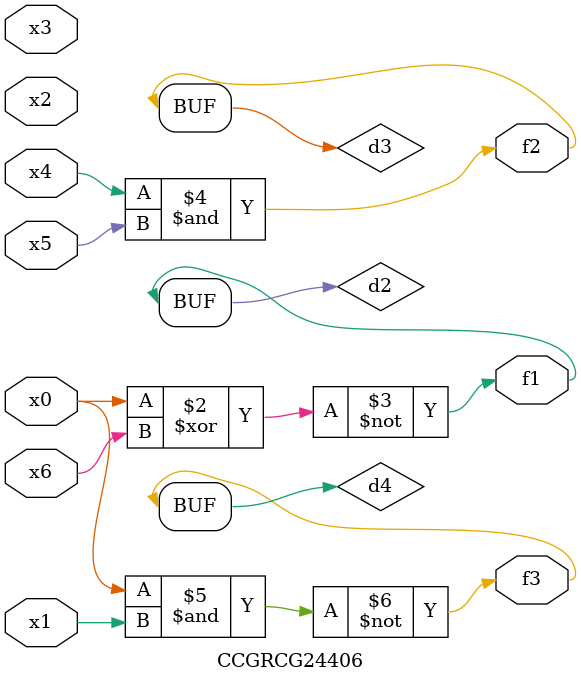
<source format=v>
module CCGRCG24406(
	input x0, x1, x2, x3, x4, x5, x6,
	output f1, f2, f3
);

	wire d1, d2, d3, d4;

	nor (d1, x0);
	xnor (d2, x0, x6);
	and (d3, x4, x5);
	nand (d4, x0, x1);
	assign f1 = d2;
	assign f2 = d3;
	assign f3 = d4;
endmodule

</source>
